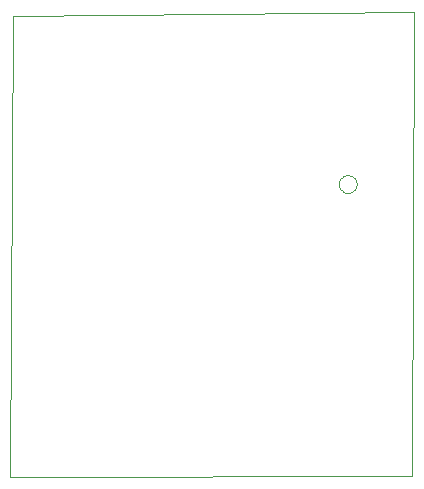
<source format=gm1>
G75*
%MOIN*%
%OFA0B0*%
%FSLAX24Y24*%
%IPPOS*%
%LPD*%
%AMOC8*
5,1,8,0,0,1.08239X$1,22.5*
%
%ADD10C,0.0000*%
D10*
X002090Y001760D02*
X002180Y017136D01*
X015550Y017276D01*
X015500Y001790D01*
X002090Y001760D01*
X013051Y011538D02*
X013053Y011572D01*
X013059Y011606D01*
X013069Y011639D01*
X013082Y011670D01*
X013100Y011700D01*
X013120Y011728D01*
X013144Y011753D01*
X013170Y011775D01*
X013198Y011793D01*
X013229Y011809D01*
X013261Y011821D01*
X013295Y011829D01*
X013329Y011833D01*
X013363Y011833D01*
X013397Y011829D01*
X013431Y011821D01*
X013463Y011809D01*
X013493Y011793D01*
X013522Y011775D01*
X013548Y011753D01*
X013572Y011728D01*
X013592Y011700D01*
X013610Y011670D01*
X013623Y011639D01*
X013633Y011606D01*
X013639Y011572D01*
X013641Y011538D01*
X013639Y011504D01*
X013633Y011470D01*
X013623Y011437D01*
X013610Y011406D01*
X013592Y011376D01*
X013572Y011348D01*
X013548Y011323D01*
X013522Y011301D01*
X013494Y011283D01*
X013463Y011267D01*
X013431Y011255D01*
X013397Y011247D01*
X013363Y011243D01*
X013329Y011243D01*
X013295Y011247D01*
X013261Y011255D01*
X013229Y011267D01*
X013198Y011283D01*
X013170Y011301D01*
X013144Y011323D01*
X013120Y011348D01*
X013100Y011376D01*
X013082Y011406D01*
X013069Y011437D01*
X013059Y011470D01*
X013053Y011504D01*
X013051Y011538D01*
M02*

</source>
